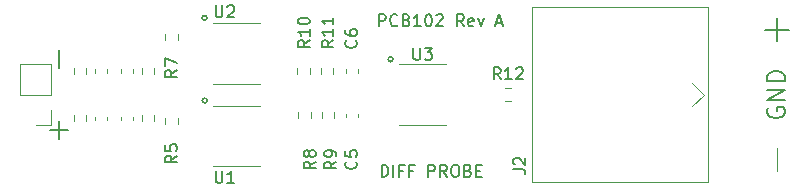
<source format=gbr>
%TF.GenerationSoftware,KiCad,Pcbnew,(6.0.10)*%
%TF.CreationDate,2023-06-03T07:50:41-04:00*%
%TF.ProjectId,diff-probe-soic,64696666-2d70-4726-9f62-652d736f6963,rev?*%
%TF.SameCoordinates,PX1f78a40PY3750280*%
%TF.FileFunction,Legend,Top*%
%TF.FilePolarity,Positive*%
%FSLAX46Y46*%
G04 Gerber Fmt 4.6, Leading zero omitted, Abs format (unit mm)*
G04 Created by KiCad (PCBNEW (6.0.10)) date 2023-06-03 07:50:41*
%MOMM*%
%LPD*%
G01*
G04 APERTURE LIST*
%ADD10C,0.150000*%
%ADD11C,0.120000*%
G04 APERTURE END LIST*
D10*
X31285714Y1047620D02*
X31285714Y2047620D01*
X31523809Y2047620D01*
X31666666Y2000000D01*
X31761904Y1904762D01*
X31809523Y1809524D01*
X31857142Y1619048D01*
X31857142Y1476191D01*
X31809523Y1285715D01*
X31761904Y1190477D01*
X31666666Y1095239D01*
X31523809Y1047620D01*
X31285714Y1047620D01*
X32285714Y1047620D02*
X32285714Y2047620D01*
X33095238Y1571429D02*
X32761904Y1571429D01*
X32761904Y1047620D02*
X32761904Y2047620D01*
X33238095Y2047620D01*
X33952380Y1571429D02*
X33619047Y1571429D01*
X33619047Y1047620D02*
X33619047Y2047620D01*
X34095238Y2047620D01*
X35238095Y1047620D02*
X35238095Y2047620D01*
X35619047Y2047620D01*
X35714285Y2000000D01*
X35761904Y1952381D01*
X35809523Y1857143D01*
X35809523Y1714286D01*
X35761904Y1619048D01*
X35714285Y1571429D01*
X35619047Y1523810D01*
X35238095Y1523810D01*
X36809523Y1047620D02*
X36476190Y1523810D01*
X36238095Y1047620D02*
X36238095Y2047620D01*
X36619047Y2047620D01*
X36714285Y2000000D01*
X36761904Y1952381D01*
X36809523Y1857143D01*
X36809523Y1714286D01*
X36761904Y1619048D01*
X36714285Y1571429D01*
X36619047Y1523810D01*
X36238095Y1523810D01*
X37428571Y2047620D02*
X37619047Y2047620D01*
X37714285Y2000000D01*
X37809523Y1904762D01*
X37857142Y1714286D01*
X37857142Y1380953D01*
X37809523Y1190477D01*
X37714285Y1095239D01*
X37619047Y1047620D01*
X37428571Y1047620D01*
X37333333Y1095239D01*
X37238095Y1190477D01*
X37190476Y1380953D01*
X37190476Y1714286D01*
X37238095Y1904762D01*
X37333333Y2000000D01*
X37428571Y2047620D01*
X38619047Y1571429D02*
X38761904Y1523810D01*
X38809523Y1476191D01*
X38857142Y1380953D01*
X38857142Y1238096D01*
X38809523Y1142858D01*
X38761904Y1095239D01*
X38666666Y1047620D01*
X38285714Y1047620D01*
X38285714Y2047620D01*
X38619047Y2047620D01*
X38714285Y2000000D01*
X38761904Y1952381D01*
X38809523Y1857143D01*
X38809523Y1761905D01*
X38761904Y1666667D01*
X38714285Y1619048D01*
X38619047Y1571429D01*
X38285714Y1571429D01*
X39285714Y1571429D02*
X39619047Y1571429D01*
X39761904Y1047620D02*
X39285714Y1047620D01*
X39285714Y2047620D01*
X39761904Y2047620D01*
X31059523Y13797620D02*
X31059523Y14797620D01*
X31440476Y14797620D01*
X31535714Y14750000D01*
X31583333Y14702381D01*
X31630952Y14607143D01*
X31630952Y14464286D01*
X31583333Y14369048D01*
X31535714Y14321429D01*
X31440476Y14273810D01*
X31059523Y14273810D01*
X32630952Y13892858D02*
X32583333Y13845239D01*
X32440476Y13797620D01*
X32345238Y13797620D01*
X32202380Y13845239D01*
X32107142Y13940477D01*
X32059523Y14035715D01*
X32011904Y14226191D01*
X32011904Y14369048D01*
X32059523Y14559524D01*
X32107142Y14654762D01*
X32202380Y14750000D01*
X32345238Y14797620D01*
X32440476Y14797620D01*
X32583333Y14750000D01*
X32630952Y14702381D01*
X33392857Y14321429D02*
X33535714Y14273810D01*
X33583333Y14226191D01*
X33630952Y14130953D01*
X33630952Y13988096D01*
X33583333Y13892858D01*
X33535714Y13845239D01*
X33440476Y13797620D01*
X33059523Y13797620D01*
X33059523Y14797620D01*
X33392857Y14797620D01*
X33488095Y14750000D01*
X33535714Y14702381D01*
X33583333Y14607143D01*
X33583333Y14511905D01*
X33535714Y14416667D01*
X33488095Y14369048D01*
X33392857Y14321429D01*
X33059523Y14321429D01*
X34583333Y13797620D02*
X34011904Y13797620D01*
X34297619Y13797620D02*
X34297619Y14797620D01*
X34202380Y14654762D01*
X34107142Y14559524D01*
X34011904Y14511905D01*
X35202380Y14797620D02*
X35297619Y14797620D01*
X35392857Y14750000D01*
X35440476Y14702381D01*
X35488095Y14607143D01*
X35535714Y14416667D01*
X35535714Y14178572D01*
X35488095Y13988096D01*
X35440476Y13892858D01*
X35392857Y13845239D01*
X35297619Y13797620D01*
X35202380Y13797620D01*
X35107142Y13845239D01*
X35059523Y13892858D01*
X35011904Y13988096D01*
X34964285Y14178572D01*
X34964285Y14416667D01*
X35011904Y14607143D01*
X35059523Y14702381D01*
X35107142Y14750000D01*
X35202380Y14797620D01*
X35916666Y14702381D02*
X35964285Y14750000D01*
X36059523Y14797620D01*
X36297619Y14797620D01*
X36392857Y14750000D01*
X36440476Y14702381D01*
X36488095Y14607143D01*
X36488095Y14511905D01*
X36440476Y14369048D01*
X35869047Y13797620D01*
X36488095Y13797620D01*
X38250000Y13797620D02*
X37916666Y14273810D01*
X37678571Y13797620D02*
X37678571Y14797620D01*
X38059523Y14797620D01*
X38154761Y14750000D01*
X38202380Y14702381D01*
X38250000Y14607143D01*
X38250000Y14464286D01*
X38202380Y14369048D01*
X38154761Y14321429D01*
X38059523Y14273810D01*
X37678571Y14273810D01*
X39059523Y13845239D02*
X38964285Y13797620D01*
X38773809Y13797620D01*
X38678571Y13845239D01*
X38630952Y13940477D01*
X38630952Y14321429D01*
X38678571Y14416667D01*
X38773809Y14464286D01*
X38964285Y14464286D01*
X39059523Y14416667D01*
X39107142Y14321429D01*
X39107142Y14226191D01*
X38630952Y14130953D01*
X39440476Y14464286D02*
X39678571Y13797620D01*
X39916666Y14464286D01*
X41011904Y14083334D02*
X41488095Y14083334D01*
X40916666Y13797620D02*
X41250000Y14797620D01*
X41583333Y13797620D01*
X4750000Y5000000D02*
X3250000Y5000000D01*
X65750000Y13500000D02*
X63750000Y13500000D01*
X4000000Y5750000D02*
X4000000Y4250000D01*
X4000000Y11750000D02*
X4000000Y10250000D01*
X64750000Y14500000D02*
X64750000Y12500000D01*
D11*
X64750000Y3500000D02*
X64750000Y1500000D01*
D10*
X64000000Y6857143D02*
X63928571Y6714286D01*
X63928571Y6500000D01*
X64000000Y6285715D01*
X64142857Y6142858D01*
X64285714Y6071429D01*
X64571428Y6000000D01*
X64785714Y6000000D01*
X65071428Y6071429D01*
X65214285Y6142858D01*
X65357142Y6285715D01*
X65428571Y6500000D01*
X65428571Y6642858D01*
X65357142Y6857143D01*
X65285714Y6928572D01*
X64785714Y6928572D01*
X64785714Y6642858D01*
X65428571Y7571429D02*
X63928571Y7571429D01*
X65428571Y8428572D01*
X63928571Y8428572D01*
X65428571Y9142858D02*
X63928571Y9142858D01*
X63928571Y9500000D01*
X64000000Y9714286D01*
X64142857Y9857143D01*
X64285714Y9928572D01*
X64571428Y10000000D01*
X64785714Y10000000D01*
X65071428Y9928572D01*
X65214285Y9857143D01*
X65357142Y9714286D01*
X65428571Y9500000D01*
X65428571Y9142858D01*
%TO.C,U1*%
X17238095Y1547620D02*
X17238095Y738096D01*
X17285714Y642858D01*
X17333333Y595239D01*
X17428571Y547620D01*
X17619047Y547620D01*
X17714285Y595239D01*
X17761904Y642858D01*
X17809523Y738096D01*
X17809523Y1547620D01*
X18809523Y547620D02*
X18238095Y547620D01*
X18523809Y547620D02*
X18523809Y1547620D01*
X18428571Y1404762D01*
X18333333Y1309524D01*
X18238095Y1261905D01*
%TO.C,U2*%
X17238095Y15547620D02*
X17238095Y14738096D01*
X17285714Y14642858D01*
X17333333Y14595239D01*
X17428571Y14547620D01*
X17619047Y14547620D01*
X17714285Y14595239D01*
X17761904Y14642858D01*
X17809523Y14738096D01*
X17809523Y15547620D01*
X18238095Y15452381D02*
X18285714Y15500000D01*
X18380952Y15547620D01*
X18619047Y15547620D01*
X18714285Y15500000D01*
X18761904Y15452381D01*
X18809523Y15357143D01*
X18809523Y15261905D01*
X18761904Y15119048D01*
X18190476Y14547620D01*
X18809523Y14547620D01*
%TO.C,U3*%
X33988095Y11947620D02*
X33988095Y11138096D01*
X34035714Y11042858D01*
X34083333Y10995239D01*
X34178571Y10947620D01*
X34369047Y10947620D01*
X34464285Y10995239D01*
X34511904Y11042858D01*
X34559523Y11138096D01*
X34559523Y11947620D01*
X34940476Y11947620D02*
X35559523Y11947620D01*
X35226190Y11566667D01*
X35369047Y11566667D01*
X35464285Y11519048D01*
X35511904Y11471429D01*
X35559523Y11376191D01*
X35559523Y11138096D01*
X35511904Y11042858D01*
X35464285Y10995239D01*
X35369047Y10947620D01*
X35083333Y10947620D01*
X34988095Y10995239D01*
X34940476Y11042858D01*
%TO.C,J2*%
X42452380Y1666667D02*
X43166666Y1666667D01*
X43309523Y1619048D01*
X43404761Y1523810D01*
X43452380Y1380953D01*
X43452380Y1285715D01*
X42547619Y2095239D02*
X42500000Y2142858D01*
X42452380Y2238096D01*
X42452380Y2476191D01*
X42500000Y2571429D01*
X42547619Y2619048D01*
X42642857Y2666667D01*
X42738095Y2666667D01*
X42880952Y2619048D01*
X43452380Y2047620D01*
X43452380Y2666667D01*
%TO.C,R7*%
X13952380Y10083334D02*
X13476190Y9750000D01*
X13952380Y9511905D02*
X12952380Y9511905D01*
X12952380Y9892858D01*
X13000000Y9988096D01*
X13047619Y10035715D01*
X13142857Y10083334D01*
X13285714Y10083334D01*
X13380952Y10035715D01*
X13428571Y9988096D01*
X13476190Y9892858D01*
X13476190Y9511905D01*
X12952380Y10416667D02*
X12952380Y11083334D01*
X13952380Y10654762D01*
%TO.C,C6*%
X29107142Y12583334D02*
X29154761Y12535715D01*
X29202380Y12392858D01*
X29202380Y12297620D01*
X29154761Y12154762D01*
X29059523Y12059524D01*
X28964285Y12011905D01*
X28773809Y11964286D01*
X28630952Y11964286D01*
X28440476Y12011905D01*
X28345238Y12059524D01*
X28250000Y12154762D01*
X28202380Y12297620D01*
X28202380Y12392858D01*
X28250000Y12535715D01*
X28297619Y12583334D01*
X28202380Y13440477D02*
X28202380Y13250000D01*
X28250000Y13154762D01*
X28297619Y13107143D01*
X28440476Y13011905D01*
X28630952Y12964286D01*
X29011904Y12964286D01*
X29107142Y13011905D01*
X29154761Y13059524D01*
X29202380Y13154762D01*
X29202380Y13345239D01*
X29154761Y13440477D01*
X29107142Y13488096D01*
X29011904Y13535715D01*
X28773809Y13535715D01*
X28678571Y13488096D01*
X28630952Y13440477D01*
X28583333Y13345239D01*
X28583333Y13154762D01*
X28630952Y13059524D01*
X28678571Y13011905D01*
X28773809Y12964286D01*
%TO.C,C5*%
X29107142Y2333334D02*
X29154761Y2285715D01*
X29202380Y2142858D01*
X29202380Y2047620D01*
X29154761Y1904762D01*
X29059523Y1809524D01*
X28964285Y1761905D01*
X28773809Y1714286D01*
X28630952Y1714286D01*
X28440476Y1761905D01*
X28345238Y1809524D01*
X28250000Y1904762D01*
X28202380Y2047620D01*
X28202380Y2142858D01*
X28250000Y2285715D01*
X28297619Y2333334D01*
X28202380Y3238096D02*
X28202380Y2761905D01*
X28678571Y2714286D01*
X28630952Y2761905D01*
X28583333Y2857143D01*
X28583333Y3095239D01*
X28630952Y3190477D01*
X28678571Y3238096D01*
X28773809Y3285715D01*
X29011904Y3285715D01*
X29107142Y3238096D01*
X29154761Y3190477D01*
X29202380Y3095239D01*
X29202380Y2857143D01*
X29154761Y2761905D01*
X29107142Y2714286D01*
%TO.C,R9*%
X27452380Y2333334D02*
X26976190Y2000000D01*
X27452380Y1761905D02*
X26452380Y1761905D01*
X26452380Y2142858D01*
X26500000Y2238096D01*
X26547619Y2285715D01*
X26642857Y2333334D01*
X26785714Y2333334D01*
X26880952Y2285715D01*
X26928571Y2238096D01*
X26976190Y2142858D01*
X26976190Y1761905D01*
X27452380Y2809524D02*
X27452380Y3000000D01*
X27404761Y3095239D01*
X27357142Y3142858D01*
X27214285Y3238096D01*
X27023809Y3285715D01*
X26642857Y3285715D01*
X26547619Y3238096D01*
X26500000Y3190477D01*
X26452380Y3095239D01*
X26452380Y2904762D01*
X26500000Y2809524D01*
X26547619Y2761905D01*
X26642857Y2714286D01*
X26880952Y2714286D01*
X26976190Y2761905D01*
X27023809Y2809524D01*
X27071428Y2904762D01*
X27071428Y3095239D01*
X27023809Y3190477D01*
X26976190Y3238096D01*
X26880952Y3285715D01*
%TO.C,R11*%
X27202380Y12607143D02*
X26726190Y12273810D01*
X27202380Y12035715D02*
X26202380Y12035715D01*
X26202380Y12416667D01*
X26250000Y12511905D01*
X26297619Y12559524D01*
X26392857Y12607143D01*
X26535714Y12607143D01*
X26630952Y12559524D01*
X26678571Y12511905D01*
X26726190Y12416667D01*
X26726190Y12035715D01*
X27202380Y13559524D02*
X27202380Y12988096D01*
X27202380Y13273810D02*
X26202380Y13273810D01*
X26345238Y13178572D01*
X26440476Y13083334D01*
X26488095Y12988096D01*
X27202380Y14511905D02*
X27202380Y13940477D01*
X27202380Y14226191D02*
X26202380Y14226191D01*
X26345238Y14130953D01*
X26440476Y14035715D01*
X26488095Y13940477D01*
%TO.C,R8*%
X25702380Y2333334D02*
X25226190Y2000000D01*
X25702380Y1761905D02*
X24702380Y1761905D01*
X24702380Y2142858D01*
X24750000Y2238096D01*
X24797619Y2285715D01*
X24892857Y2333334D01*
X25035714Y2333334D01*
X25130952Y2285715D01*
X25178571Y2238096D01*
X25226190Y2142858D01*
X25226190Y1761905D01*
X25130952Y2904762D02*
X25083333Y2809524D01*
X25035714Y2761905D01*
X24940476Y2714286D01*
X24892857Y2714286D01*
X24797619Y2761905D01*
X24750000Y2809524D01*
X24702380Y2904762D01*
X24702380Y3095239D01*
X24750000Y3190477D01*
X24797619Y3238096D01*
X24892857Y3285715D01*
X24940476Y3285715D01*
X25035714Y3238096D01*
X25083333Y3190477D01*
X25130952Y3095239D01*
X25130952Y2904762D01*
X25178571Y2809524D01*
X25226190Y2761905D01*
X25321428Y2714286D01*
X25511904Y2714286D01*
X25607142Y2761905D01*
X25654761Y2809524D01*
X25702380Y2904762D01*
X25702380Y3095239D01*
X25654761Y3190477D01*
X25607142Y3238096D01*
X25511904Y3285715D01*
X25321428Y3285715D01*
X25226190Y3238096D01*
X25178571Y3190477D01*
X25130952Y3095239D01*
%TO.C,R12*%
X41357142Y9297620D02*
X41023809Y9773810D01*
X40785714Y9297620D02*
X40785714Y10297620D01*
X41166666Y10297620D01*
X41261904Y10250000D01*
X41309523Y10202381D01*
X41357142Y10107143D01*
X41357142Y9964286D01*
X41309523Y9869048D01*
X41261904Y9821429D01*
X41166666Y9773810D01*
X40785714Y9773810D01*
X42309523Y9297620D02*
X41738095Y9297620D01*
X42023809Y9297620D02*
X42023809Y10297620D01*
X41928571Y10154762D01*
X41833333Y10059524D01*
X41738095Y10011905D01*
X42690476Y10202381D02*
X42738095Y10250000D01*
X42833333Y10297620D01*
X43071428Y10297620D01*
X43166666Y10250000D01*
X43214285Y10202381D01*
X43261904Y10107143D01*
X43261904Y10011905D01*
X43214285Y9869048D01*
X42642857Y9297620D01*
X43261904Y9297620D01*
%TO.C,R10*%
X25202380Y12607143D02*
X24726190Y12273810D01*
X25202380Y12035715D02*
X24202380Y12035715D01*
X24202380Y12416667D01*
X24250000Y12511905D01*
X24297619Y12559524D01*
X24392857Y12607143D01*
X24535714Y12607143D01*
X24630952Y12559524D01*
X24678571Y12511905D01*
X24726190Y12416667D01*
X24726190Y12035715D01*
X25202380Y13559524D02*
X25202380Y12988096D01*
X25202380Y13273810D02*
X24202380Y13273810D01*
X24345238Y13178572D01*
X24440476Y13083334D01*
X24488095Y12988096D01*
X24202380Y14178572D02*
X24202380Y14273810D01*
X24250000Y14369048D01*
X24297619Y14416667D01*
X24392857Y14464286D01*
X24583333Y14511905D01*
X24821428Y14511905D01*
X25011904Y14464286D01*
X25107142Y14416667D01*
X25154761Y14369048D01*
X25202380Y14273810D01*
X25202380Y14178572D01*
X25154761Y14083334D01*
X25107142Y14035715D01*
X25011904Y13988096D01*
X24821428Y13940477D01*
X24583333Y13940477D01*
X24392857Y13988096D01*
X24297619Y14035715D01*
X24250000Y14083334D01*
X24202380Y14178572D01*
%TO.C,R5*%
X13952380Y2833334D02*
X13476190Y2500000D01*
X13952380Y2261905D02*
X12952380Y2261905D01*
X12952380Y2642858D01*
X13000000Y2738096D01*
X13047619Y2785715D01*
X13142857Y2833334D01*
X13285714Y2833334D01*
X13380952Y2785715D01*
X13428571Y2738096D01*
X13476190Y2642858D01*
X13476190Y2261905D01*
X12952380Y3738096D02*
X12952380Y3261905D01*
X13428571Y3214286D01*
X13380952Y3261905D01*
X13333333Y3357143D01*
X13333333Y3595239D01*
X13380952Y3690477D01*
X13428571Y3738096D01*
X13523809Y3785715D01*
X13761904Y3785715D01*
X13857142Y3738096D01*
X13904761Y3690477D01*
X13952380Y3595239D01*
X13952380Y3357143D01*
X13904761Y3261905D01*
X13857142Y3214286D01*
D11*
%TO.C,U1*%
X19000000Y1940000D02*
X17050000Y1940000D01*
X19000000Y7060000D02*
X20950000Y7060000D01*
X19000000Y1940000D02*
X20950000Y1940000D01*
X19000000Y7060000D02*
X17050000Y7060000D01*
D10*
X16500000Y7500000D02*
G75*
G03*
X16500000Y7500000I-200000J0D01*
G01*
D11*
%TO.C,U2*%
X19000000Y8940000D02*
X17050000Y8940000D01*
X19000000Y14060000D02*
X20950000Y14060000D01*
X19000000Y8940000D02*
X20950000Y8940000D01*
X19000000Y14060000D02*
X17050000Y14060000D01*
D10*
X16500000Y14500000D02*
G75*
G03*
X16500000Y14500000I-200000J0D01*
G01*
D11*
%TO.C,U3*%
X34750000Y5440000D02*
X32800000Y5440000D01*
X34750000Y10560000D02*
X36700000Y10560000D01*
X34750000Y5440000D02*
X36700000Y5440000D01*
X34750000Y10560000D02*
X32800000Y10560000D01*
D10*
X32250000Y11000000D02*
G75*
G03*
X32250000Y11000000I-200000J0D01*
G01*
D11*
%TO.C,J2*%
X58900000Y15400000D02*
X58900000Y600000D01*
X58900000Y600000D02*
X44000000Y600000D01*
X58600000Y8000000D02*
X57600000Y7000000D01*
X44000000Y15400000D02*
X58900000Y15400000D01*
X44000000Y600000D02*
X44000000Y15400000D01*
X58600000Y8000000D02*
X57600000Y9000000D01*
%TO.C,R3*%
X6272500Y9762742D02*
X6272500Y10237258D01*
X5227500Y9762742D02*
X5227500Y10237258D01*
%TO.C,C4*%
X9240000Y10140580D02*
X9240000Y9859420D01*
X10260000Y10140580D02*
X10260000Y9859420D01*
%TO.C,R7*%
X12977500Y13102258D02*
X12977500Y12627742D01*
X14022500Y13102258D02*
X14022500Y12627742D01*
%TO.C,C6*%
X28240000Y9859420D02*
X28240000Y10140580D01*
X29260000Y9859420D02*
X29260000Y10140580D01*
%TO.C,C1*%
X8010000Y6140580D02*
X8010000Y5859420D01*
X6990000Y6140580D02*
X6990000Y5859420D01*
%TO.C,R4*%
X10977500Y9762742D02*
X10977500Y10237258D01*
X12022500Y9762742D02*
X12022500Y10237258D01*
%TO.C,R2*%
X10977500Y6237258D02*
X10977500Y5762742D01*
X12022500Y6237258D02*
X12022500Y5762742D01*
%TO.C,C2*%
X9240000Y5859420D02*
X9240000Y6140580D01*
X10260000Y5859420D02*
X10260000Y6140580D01*
%TO.C,C5*%
X28240000Y6390580D02*
X28240000Y6109420D01*
X29260000Y6390580D02*
X29260000Y6109420D01*
%TO.C,R9*%
X27272500Y6487258D02*
X27272500Y6012742D01*
X26227500Y6487258D02*
X26227500Y6012742D01*
%TO.C,R1*%
X5227500Y6237258D02*
X5227500Y5762742D01*
X6272500Y6237258D02*
X6272500Y5762742D01*
%TO.C,R11*%
X27197500Y9762742D02*
X27197500Y10237258D01*
X26152500Y9762742D02*
X26152500Y10237258D01*
%TO.C,J1*%
X3330000Y8000000D02*
X3330000Y10600000D01*
X3330000Y8000000D02*
X670000Y8000000D01*
X3330000Y5400000D02*
X2000000Y5400000D01*
X3330000Y6730000D02*
X3330000Y5400000D01*
X3330000Y10600000D02*
X670000Y10600000D01*
X670000Y8000000D02*
X670000Y10600000D01*
%TO.C,R8*%
X24227500Y6012742D02*
X24227500Y6487258D01*
X25272500Y6012742D02*
X25272500Y6487258D01*
%TO.C,R12*%
X41762742Y7477500D02*
X42237258Y7477500D01*
X41762742Y8522500D02*
X42237258Y8522500D01*
%TO.C,C3*%
X8010000Y9859420D02*
X8010000Y10140580D01*
X6990000Y9859420D02*
X6990000Y10140580D01*
%TO.C,R10*%
X25197500Y10237258D02*
X25197500Y9762742D01*
X24152500Y10237258D02*
X24152500Y9762742D01*
%TO.C,R5*%
X12977500Y5512742D02*
X12977500Y5987258D01*
X14022500Y5512742D02*
X14022500Y5987258D01*
%TD*%
M02*

</source>
